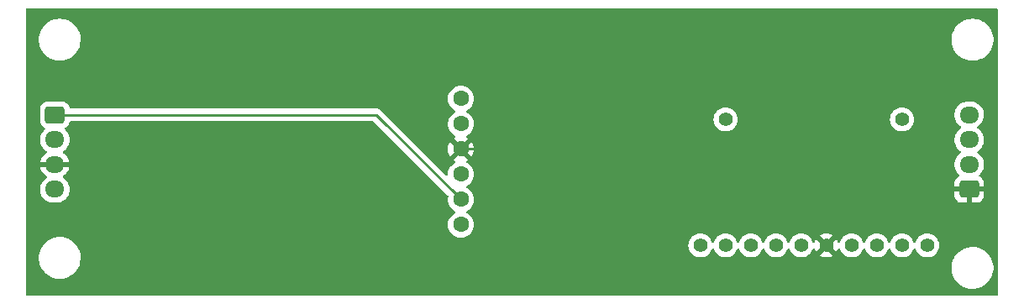
<source format=gbr>
%TF.GenerationSoftware,KiCad,Pcbnew,(6.0.7)*%
%TF.CreationDate,2023-03-01T01:03:30+09:00*%
%TF.ProjectId,airdata,61697264-6174-4612-9e6b-696361645f70,rev?*%
%TF.SameCoordinates,Original*%
%TF.FileFunction,Copper,L2,Bot*%
%TF.FilePolarity,Positive*%
%FSLAX46Y46*%
G04 Gerber Fmt 4.6, Leading zero omitted, Abs format (unit mm)*
G04 Created by KiCad (PCBNEW (6.0.7)) date 2023-03-01 01:03:30*
%MOMM*%
%LPD*%
G01*
G04 APERTURE LIST*
G04 Aperture macros list*
%AMRoundRect*
0 Rectangle with rounded corners*
0 $1 Rounding radius*
0 $2 $3 $4 $5 $6 $7 $8 $9 X,Y pos of 4 corners*
0 Add a 4 corners polygon primitive as box body*
4,1,4,$2,$3,$4,$5,$6,$7,$8,$9,$2,$3,0*
0 Add four circle primitives for the rounded corners*
1,1,$1+$1,$2,$3*
1,1,$1+$1,$4,$5*
1,1,$1+$1,$6,$7*
1,1,$1+$1,$8,$9*
0 Add four rect primitives between the rounded corners*
20,1,$1+$1,$2,$3,$4,$5,0*
20,1,$1+$1,$4,$5,$6,$7,0*
20,1,$1+$1,$6,$7,$8,$9,0*
20,1,$1+$1,$8,$9,$2,$3,0*%
G04 Aperture macros list end*
%TA.AperFunction,ComponentPad*%
%ADD10RoundRect,0.250000X0.725000X-0.600000X0.725000X0.600000X-0.725000X0.600000X-0.725000X-0.600000X0*%
%TD*%
%TA.AperFunction,ComponentPad*%
%ADD11O,1.950000X1.700000*%
%TD*%
%TA.AperFunction,ComponentPad*%
%ADD12RoundRect,0.250000X-0.725000X0.600000X-0.725000X-0.600000X0.725000X-0.600000X0.725000X0.600000X0*%
%TD*%
%TA.AperFunction,ComponentPad*%
%ADD13C,1.400000*%
%TD*%
%TA.AperFunction,ComponentPad*%
%ADD14C,1.600000*%
%TD*%
%TA.AperFunction,Conductor*%
%ADD15C,0.250000*%
%TD*%
G04 APERTURE END LIST*
D10*
%TO.P,TORICA-UART1,1,Pin_1*%
%TO.N,GND*%
X194670000Y-105080000D03*
D11*
%TO.P,TORICA-UART1,2,Pin_2*%
%TO.N,+5V*%
X194670000Y-102580000D03*
%TO.P,TORICA-UART1,3,Pin_3*%
%TO.N,/DTXR*%
X194670000Y-100080000D03*
%TO.P,TORICA-UART1,4,Pin_4*%
%TO.N,/DRXT*%
X194670000Y-97580000D03*
%TD*%
%TO.P,PitotTube1,4,Pin_4*%
%TO.N,/SDA*%
X102510000Y-105080000D03*
%TO.P,PitotTube1,3,Pin_3*%
%TO.N,GND*%
X102510000Y-102580000D03*
%TO.P,PitotTube1,2,Pin_2*%
%TO.N,+3V3*%
X102510000Y-100080000D03*
D12*
%TO.P,PitotTube1,1,Pin_1*%
%TO.N,/SCL*%
X102510000Y-97580000D03*
%TD*%
D13*
%TO.P,J1,1,DAT2*%
%TO.N,unconnected-(J1-Pad1)*%
X167570000Y-110730000D03*
%TO.P,J1,2,DAT3/CD*%
%TO.N,/CS*%
X170110000Y-110730000D03*
%TO.P,J1,3,CMD*%
%TO.N,Net-(J1-Pad3)*%
X172650000Y-110730000D03*
%TO.P,J1,4,VDD*%
%TO.N,+3V3*%
X175190000Y-110730000D03*
%TO.P,J1,5,CLK*%
%TO.N,Net-(J1-Pad5)*%
X177730000Y-110730000D03*
%TO.P,J1,6,VSS*%
%TO.N,GND*%
X180270000Y-110730000D03*
%TO.P,J1,7,DAT0*%
%TO.N,Net-(J1-Pad7)*%
X182810000Y-110730000D03*
%TO.P,J1,8,DAT1*%
%TO.N,unconnected-(J1-Pad8)*%
X185350000Y-110730000D03*
%TO.P,J1,9,DET_B*%
%TO.N,unconnected-(J1-Pad9)*%
X187890000Y-110730000D03*
%TO.P,J1,10,DET_A*%
%TO.N,unconnected-(J1-Pad10)*%
X190430000Y-110730000D03*
%TO.P,J1,11,SHIELD*%
%TO.N,unconnected-(J1-Pad11)*%
X187890000Y-98030000D03*
%TO.P,J1,13*%
%TO.N,N/C*%
X170110000Y-98030000D03*
%TD*%
D14*
%TO.P,U1,1,VCC*%
%TO.N,+3V3*%
X143440000Y-95945000D03*
%TO.P,U1,2,SDI*%
%TO.N,/SDA*%
X143440000Y-98485000D03*
%TO.P,U1,3,GND*%
%TO.N,GND*%
X143440000Y-101025000D03*
%TO.P,U1,4,SDO*%
%TO.N,unconnected-(U1-Pad4)*%
X143440000Y-103565000D03*
%TO.P,U1,5,CSK*%
%TO.N,/SCL*%
X143440000Y-106105000D03*
%TO.P,U1,6,CS*%
%TO.N,unconnected-(U1-Pad6)*%
X143440000Y-108645000D03*
%TD*%
D15*
%TO.N,GND*%
X180270000Y-110730000D02*
X185920000Y-105080000D01*
X185920000Y-105080000D02*
X194670000Y-105080000D01*
X170565000Y-101025000D02*
X180270000Y-110730000D01*
X143440000Y-101025000D02*
X170565000Y-101025000D01*
%TO.N,/SCL*%
X102510000Y-97580000D02*
X134915000Y-97580000D01*
X134915000Y-97580000D02*
X143440000Y-106105000D01*
%TD*%
%TA.AperFunction,Conductor*%
%TO.N,GND*%
G36*
X197553621Y-86888502D02*
G01*
X197600114Y-86942158D01*
X197611500Y-86994500D01*
X197611500Y-115665500D01*
X197591498Y-115733621D01*
X197537842Y-115780114D01*
X197485500Y-115791500D01*
X99694500Y-115791500D01*
X99626379Y-115771498D01*
X99579886Y-115717842D01*
X99568500Y-115665500D01*
X99568500Y-112132703D01*
X100890743Y-112132703D01*
X100928268Y-112417734D01*
X101004129Y-112695036D01*
X101005813Y-112698984D01*
X101068187Y-112845216D01*
X101116923Y-112959476D01*
X101128693Y-112979142D01*
X101223140Y-113136951D01*
X101264561Y-113206161D01*
X101444313Y-113430528D01*
X101652851Y-113628423D01*
X101886317Y-113796186D01*
X101890112Y-113798195D01*
X101890113Y-113798196D01*
X101911869Y-113809715D01*
X102140392Y-113930712D01*
X102410373Y-114029511D01*
X102691264Y-114090755D01*
X102719841Y-114093004D01*
X102914282Y-114108307D01*
X102914291Y-114108307D01*
X102916739Y-114108500D01*
X103072271Y-114108500D01*
X103074407Y-114108354D01*
X103074418Y-114108354D01*
X103282548Y-114094165D01*
X103282554Y-114094164D01*
X103286825Y-114093873D01*
X103291020Y-114093004D01*
X103291022Y-114093004D01*
X103427584Y-114064723D01*
X103568342Y-114035574D01*
X103839343Y-113939607D01*
X104094812Y-113807750D01*
X104098313Y-113805289D01*
X104098317Y-113805287D01*
X104261077Y-113690897D01*
X104330023Y-113642441D01*
X104540622Y-113446740D01*
X104722713Y-113224268D01*
X104778824Y-113132703D01*
X192890743Y-113132703D01*
X192891302Y-113136947D01*
X192891302Y-113136951D01*
X192907810Y-113262340D01*
X192928268Y-113417734D01*
X193004129Y-113695036D01*
X193005813Y-113698984D01*
X193107610Y-113937641D01*
X193116923Y-113959476D01*
X193158838Y-114029511D01*
X193205997Y-114108307D01*
X193264561Y-114206161D01*
X193444313Y-114430528D01*
X193652851Y-114628423D01*
X193886317Y-114796186D01*
X193890112Y-114798195D01*
X193890113Y-114798196D01*
X193911869Y-114809715D01*
X194140392Y-114930712D01*
X194410373Y-115029511D01*
X194691264Y-115090755D01*
X194719841Y-115093004D01*
X194914282Y-115108307D01*
X194914291Y-115108307D01*
X194916739Y-115108500D01*
X195072271Y-115108500D01*
X195074407Y-115108354D01*
X195074418Y-115108354D01*
X195282548Y-115094165D01*
X195282554Y-115094164D01*
X195286825Y-115093873D01*
X195291020Y-115093004D01*
X195291022Y-115093004D01*
X195427583Y-115064724D01*
X195568342Y-115035574D01*
X195839343Y-114939607D01*
X196094812Y-114807750D01*
X196098313Y-114805289D01*
X196098317Y-114805287D01*
X196212418Y-114725095D01*
X196330023Y-114642441D01*
X196540622Y-114446740D01*
X196722713Y-114224268D01*
X196872927Y-113979142D01*
X196889654Y-113941038D01*
X196949244Y-113805287D01*
X196988483Y-113715898D01*
X197067244Y-113439406D01*
X197107751Y-113154784D01*
X197107845Y-113136951D01*
X197109235Y-112871583D01*
X197109235Y-112871576D01*
X197109257Y-112867297D01*
X197071732Y-112582266D01*
X196995871Y-112304964D01*
X196933627Y-112159036D01*
X196884763Y-112044476D01*
X196884761Y-112044472D01*
X196883077Y-112040524D01*
X196779320Y-111867159D01*
X196737643Y-111797521D01*
X196737640Y-111797517D01*
X196735439Y-111793839D01*
X196555687Y-111569472D01*
X196432289Y-111452372D01*
X196350258Y-111374527D01*
X196350255Y-111374525D01*
X196347149Y-111371577D01*
X196113683Y-111203814D01*
X196091843Y-111192250D01*
X195992075Y-111139426D01*
X195859608Y-111069288D01*
X195589627Y-110970489D01*
X195308736Y-110909245D01*
X195277685Y-110906801D01*
X195085718Y-110891693D01*
X195085709Y-110891693D01*
X195083261Y-110891500D01*
X194927729Y-110891500D01*
X194925593Y-110891646D01*
X194925582Y-110891646D01*
X194717452Y-110905835D01*
X194717446Y-110905836D01*
X194713175Y-110906127D01*
X194708980Y-110906996D01*
X194708978Y-110906996D01*
X194572907Y-110935175D01*
X194431658Y-110964426D01*
X194160657Y-111060393D01*
X193905188Y-111192250D01*
X193901687Y-111194711D01*
X193901683Y-111194713D01*
X193891594Y-111201804D01*
X193669977Y-111357559D01*
X193459378Y-111553260D01*
X193277287Y-111775732D01*
X193127073Y-112020858D01*
X193011517Y-112284102D01*
X192932756Y-112560594D01*
X192892249Y-112845216D01*
X192892227Y-112849505D01*
X192892226Y-112849512D01*
X192891671Y-112955524D01*
X192890743Y-113132703D01*
X104778824Y-113132703D01*
X104872927Y-112979142D01*
X104988483Y-112715898D01*
X105067244Y-112439406D01*
X105107751Y-112154784D01*
X105107845Y-112136951D01*
X105109235Y-111871583D01*
X105109235Y-111871576D01*
X105109257Y-111867297D01*
X105099146Y-111790492D01*
X105072292Y-111586522D01*
X105071732Y-111582266D01*
X104995871Y-111304964D01*
X104925337Y-111139600D01*
X104884763Y-111044476D01*
X104884761Y-111044472D01*
X104883077Y-111040524D01*
X104802467Y-110905835D01*
X104737643Y-110797521D01*
X104737640Y-110797517D01*
X104735439Y-110793839D01*
X104684294Y-110730000D01*
X166356884Y-110730000D01*
X166375314Y-110940655D01*
X166376738Y-110945968D01*
X166376738Y-110945970D01*
X166428575Y-111139426D01*
X166430044Y-111144910D01*
X166432366Y-111149891D01*
X166432367Y-111149892D01*
X166506609Y-111309103D01*
X166519411Y-111336558D01*
X166640699Y-111509776D01*
X166790224Y-111659301D01*
X166963442Y-111780589D01*
X166968420Y-111782910D01*
X166968423Y-111782912D01*
X167150108Y-111867633D01*
X167155090Y-111869956D01*
X167160398Y-111871378D01*
X167160400Y-111871379D01*
X167354030Y-111923262D01*
X167354032Y-111923262D01*
X167359345Y-111924686D01*
X167570000Y-111943116D01*
X167780655Y-111924686D01*
X167785968Y-111923262D01*
X167785970Y-111923262D01*
X167979600Y-111871379D01*
X167979602Y-111871378D01*
X167984910Y-111869956D01*
X167989892Y-111867633D01*
X168171577Y-111782912D01*
X168171580Y-111782910D01*
X168176558Y-111780589D01*
X168349776Y-111659301D01*
X168499301Y-111509776D01*
X168620589Y-111336558D01*
X168633392Y-111309103D01*
X168707633Y-111149892D01*
X168707634Y-111149891D01*
X168709956Y-111144910D01*
X168711426Y-111139426D01*
X168718293Y-111113796D01*
X168755245Y-111053173D01*
X168819106Y-111022152D01*
X168889600Y-111030580D01*
X168944347Y-111075783D01*
X168961707Y-111113796D01*
X168968575Y-111139426D01*
X168970044Y-111144910D01*
X168972366Y-111149891D01*
X168972367Y-111149892D01*
X169046609Y-111309103D01*
X169059411Y-111336558D01*
X169180699Y-111509776D01*
X169330224Y-111659301D01*
X169503442Y-111780589D01*
X169508420Y-111782910D01*
X169508423Y-111782912D01*
X169690108Y-111867633D01*
X169695090Y-111869956D01*
X169700398Y-111871378D01*
X169700400Y-111871379D01*
X169894030Y-111923262D01*
X169894032Y-111923262D01*
X169899345Y-111924686D01*
X170110000Y-111943116D01*
X170320655Y-111924686D01*
X170325968Y-111923262D01*
X170325970Y-111923262D01*
X170519600Y-111871379D01*
X170519602Y-111871378D01*
X170524910Y-111869956D01*
X170529892Y-111867633D01*
X170711577Y-111782912D01*
X170711580Y-111782910D01*
X170716558Y-111780589D01*
X170889776Y-111659301D01*
X171039301Y-111509776D01*
X171160589Y-111336558D01*
X171173392Y-111309103D01*
X171247633Y-111149892D01*
X171247634Y-111149891D01*
X171249956Y-111144910D01*
X171251426Y-111139426D01*
X171258293Y-111113796D01*
X171295245Y-111053173D01*
X171359106Y-111022152D01*
X171429600Y-111030580D01*
X171484347Y-111075783D01*
X171501707Y-111113796D01*
X171508575Y-111139426D01*
X171510044Y-111144910D01*
X171512366Y-111149891D01*
X171512367Y-111149892D01*
X171586609Y-111309103D01*
X171599411Y-111336558D01*
X171720699Y-111509776D01*
X171870224Y-111659301D01*
X172043442Y-111780589D01*
X172048420Y-111782910D01*
X172048423Y-111782912D01*
X172230108Y-111867633D01*
X172235090Y-111869956D01*
X172240398Y-111871378D01*
X172240400Y-111871379D01*
X172434030Y-111923262D01*
X172434032Y-111923262D01*
X172439345Y-111924686D01*
X172650000Y-111943116D01*
X172860655Y-111924686D01*
X172865968Y-111923262D01*
X172865970Y-111923262D01*
X173059600Y-111871379D01*
X173059602Y-111871378D01*
X173064910Y-111869956D01*
X173069892Y-111867633D01*
X173251577Y-111782912D01*
X173251580Y-111782910D01*
X173256558Y-111780589D01*
X173429776Y-111659301D01*
X173579301Y-111509776D01*
X173700589Y-111336558D01*
X173713392Y-111309103D01*
X173787633Y-111149892D01*
X173787634Y-111149891D01*
X173789956Y-111144910D01*
X173791426Y-111139426D01*
X173798293Y-111113796D01*
X173835245Y-111053173D01*
X173899106Y-111022152D01*
X173969600Y-111030580D01*
X174024347Y-111075783D01*
X174041707Y-111113796D01*
X174048575Y-111139426D01*
X174050044Y-111144910D01*
X174052366Y-111149891D01*
X174052367Y-111149892D01*
X174126609Y-111309103D01*
X174139411Y-111336558D01*
X174260699Y-111509776D01*
X174410224Y-111659301D01*
X174583442Y-111780589D01*
X174588420Y-111782910D01*
X174588423Y-111782912D01*
X174770108Y-111867633D01*
X174775090Y-111869956D01*
X174780398Y-111871378D01*
X174780400Y-111871379D01*
X174974030Y-111923262D01*
X174974032Y-111923262D01*
X174979345Y-111924686D01*
X175190000Y-111943116D01*
X175400655Y-111924686D01*
X175405968Y-111923262D01*
X175405970Y-111923262D01*
X175599600Y-111871379D01*
X175599602Y-111871378D01*
X175604910Y-111869956D01*
X175609892Y-111867633D01*
X175791577Y-111782912D01*
X175791580Y-111782910D01*
X175796558Y-111780589D01*
X175969776Y-111659301D01*
X176119301Y-111509776D01*
X176240589Y-111336558D01*
X176253392Y-111309103D01*
X176327633Y-111149892D01*
X176327634Y-111149891D01*
X176329956Y-111144910D01*
X176331426Y-111139426D01*
X176338293Y-111113796D01*
X176375245Y-111053173D01*
X176439106Y-111022152D01*
X176509600Y-111030580D01*
X176564347Y-111075783D01*
X176581707Y-111113796D01*
X176588575Y-111139426D01*
X176590044Y-111144910D01*
X176592366Y-111149891D01*
X176592367Y-111149892D01*
X176666609Y-111309103D01*
X176679411Y-111336558D01*
X176800699Y-111509776D01*
X176950224Y-111659301D01*
X177123442Y-111780589D01*
X177128420Y-111782910D01*
X177128423Y-111782912D01*
X177310108Y-111867633D01*
X177315090Y-111869956D01*
X177320398Y-111871378D01*
X177320400Y-111871379D01*
X177514030Y-111923262D01*
X177514032Y-111923262D01*
X177519345Y-111924686D01*
X177730000Y-111943116D01*
X177940655Y-111924686D01*
X177945968Y-111923262D01*
X177945970Y-111923262D01*
X178139600Y-111871379D01*
X178139602Y-111871378D01*
X178144910Y-111869956D01*
X178149892Y-111867633D01*
X178331577Y-111782912D01*
X178331580Y-111782910D01*
X178336558Y-111780589D01*
X178388440Y-111744261D01*
X179620294Y-111744261D01*
X179629590Y-111756276D01*
X179659189Y-111777001D01*
X179668677Y-111782479D01*
X179850277Y-111867159D01*
X179860571Y-111870907D01*
X180054122Y-111922769D01*
X180064909Y-111924671D01*
X180264525Y-111942135D01*
X180275475Y-111942135D01*
X180475091Y-111924671D01*
X180485878Y-111922769D01*
X180679429Y-111870907D01*
X180689723Y-111867159D01*
X180871323Y-111782479D01*
X180880811Y-111777001D01*
X180911248Y-111755689D01*
X180919623Y-111745212D01*
X180912554Y-111731764D01*
X180282812Y-111102022D01*
X180268868Y-111094408D01*
X180267035Y-111094539D01*
X180260420Y-111098790D01*
X179626724Y-111732486D01*
X179620294Y-111744261D01*
X178388440Y-111744261D01*
X178509776Y-111659301D01*
X178659301Y-111509776D01*
X178780589Y-111336558D01*
X178793392Y-111309103D01*
X178867633Y-111149892D01*
X178867634Y-111149891D01*
X178869956Y-111144910D01*
X178871379Y-111139600D01*
X178871382Y-111139592D01*
X178878553Y-111112829D01*
X178915504Y-111052207D01*
X178979365Y-111021185D01*
X179049860Y-111029614D01*
X179104606Y-111074818D01*
X179121966Y-111112830D01*
X179129092Y-111139426D01*
X179132841Y-111149723D01*
X179217521Y-111331323D01*
X179222999Y-111340811D01*
X179244311Y-111371248D01*
X179254788Y-111379623D01*
X179268236Y-111372554D01*
X179897978Y-110742812D01*
X179904356Y-110731132D01*
X180634408Y-110731132D01*
X180634539Y-110732965D01*
X180638790Y-110739580D01*
X181272486Y-111373276D01*
X181284261Y-111379706D01*
X181296276Y-111370410D01*
X181317001Y-111340811D01*
X181322479Y-111331323D01*
X181407159Y-111149723D01*
X181410908Y-111139426D01*
X181418034Y-111112830D01*
X181454986Y-111052207D01*
X181518846Y-111021186D01*
X181589341Y-111029614D01*
X181644088Y-111074817D01*
X181661447Y-111112829D01*
X181668618Y-111139592D01*
X181668621Y-111139600D01*
X181670044Y-111144910D01*
X181672366Y-111149891D01*
X181672367Y-111149892D01*
X181746609Y-111309103D01*
X181759411Y-111336558D01*
X181880699Y-111509776D01*
X182030224Y-111659301D01*
X182203442Y-111780589D01*
X182208420Y-111782910D01*
X182208423Y-111782912D01*
X182390108Y-111867633D01*
X182395090Y-111869956D01*
X182400398Y-111871378D01*
X182400400Y-111871379D01*
X182594030Y-111923262D01*
X182594032Y-111923262D01*
X182599345Y-111924686D01*
X182810000Y-111943116D01*
X183020655Y-111924686D01*
X183025968Y-111923262D01*
X183025970Y-111923262D01*
X183219600Y-111871379D01*
X183219602Y-111871378D01*
X183224910Y-111869956D01*
X183229892Y-111867633D01*
X183411577Y-111782912D01*
X183411580Y-111782910D01*
X183416558Y-111780589D01*
X183589776Y-111659301D01*
X183739301Y-111509776D01*
X183860589Y-111336558D01*
X183873392Y-111309103D01*
X183947633Y-111149892D01*
X183947634Y-111149891D01*
X183949956Y-111144910D01*
X183951426Y-111139426D01*
X183958293Y-111113796D01*
X183995245Y-111053173D01*
X184059106Y-111022152D01*
X184129600Y-111030580D01*
X184184347Y-111075783D01*
X184201707Y-111113796D01*
X184208575Y-111139426D01*
X184210044Y-111144910D01*
X184212366Y-111149891D01*
X184212367Y-111149892D01*
X184286609Y-111309103D01*
X184299411Y-111336558D01*
X184420699Y-111509776D01*
X184570224Y-111659301D01*
X184743442Y-111780589D01*
X184748420Y-111782910D01*
X184748423Y-111782912D01*
X184930108Y-111867633D01*
X184935090Y-111869956D01*
X184940398Y-111871378D01*
X184940400Y-111871379D01*
X185134030Y-111923262D01*
X185134032Y-111923262D01*
X185139345Y-111924686D01*
X185350000Y-111943116D01*
X185560655Y-111924686D01*
X185565968Y-111923262D01*
X185565970Y-111923262D01*
X185759600Y-111871379D01*
X185759602Y-111871378D01*
X185764910Y-111869956D01*
X185769892Y-111867633D01*
X185951577Y-111782912D01*
X185951580Y-111782910D01*
X185956558Y-111780589D01*
X186129776Y-111659301D01*
X186279301Y-111509776D01*
X186400589Y-111336558D01*
X186413392Y-111309103D01*
X186487633Y-111149892D01*
X186487634Y-111149891D01*
X186489956Y-111144910D01*
X186491426Y-111139426D01*
X186498293Y-111113796D01*
X186535245Y-111053173D01*
X186599106Y-111022152D01*
X186669600Y-111030580D01*
X186724347Y-111075783D01*
X186741707Y-111113796D01*
X186748575Y-111139426D01*
X186750044Y-111144910D01*
X186752366Y-111149891D01*
X186752367Y-111149892D01*
X186826609Y-111309103D01*
X186839411Y-111336558D01*
X186960699Y-111509776D01*
X187110224Y-111659301D01*
X187283442Y-111780589D01*
X187288420Y-111782910D01*
X187288423Y-111782912D01*
X187470108Y-111867633D01*
X187475090Y-111869956D01*
X187480398Y-111871378D01*
X187480400Y-111871379D01*
X187674030Y-111923262D01*
X187674032Y-111923262D01*
X187679345Y-111924686D01*
X187890000Y-111943116D01*
X188100655Y-111924686D01*
X188105968Y-111923262D01*
X188105970Y-111923262D01*
X188299600Y-111871379D01*
X188299602Y-111871378D01*
X188304910Y-111869956D01*
X188309892Y-111867633D01*
X188491577Y-111782912D01*
X188491580Y-111782910D01*
X188496558Y-111780589D01*
X188669776Y-111659301D01*
X188819301Y-111509776D01*
X188940589Y-111336558D01*
X188953392Y-111309103D01*
X189027633Y-111149892D01*
X189027634Y-111149891D01*
X189029956Y-111144910D01*
X189031426Y-111139426D01*
X189038293Y-111113796D01*
X189075245Y-111053173D01*
X189139106Y-111022152D01*
X189209600Y-111030580D01*
X189264347Y-111075783D01*
X189281707Y-111113796D01*
X189288575Y-111139426D01*
X189290044Y-111144910D01*
X189292366Y-111149891D01*
X189292367Y-111149892D01*
X189366609Y-111309103D01*
X189379411Y-111336558D01*
X189500699Y-111509776D01*
X189650224Y-111659301D01*
X189823442Y-111780589D01*
X189828420Y-111782910D01*
X189828423Y-111782912D01*
X190010108Y-111867633D01*
X190015090Y-111869956D01*
X190020398Y-111871378D01*
X190020400Y-111871379D01*
X190214030Y-111923262D01*
X190214032Y-111923262D01*
X190219345Y-111924686D01*
X190430000Y-111943116D01*
X190640655Y-111924686D01*
X190645968Y-111923262D01*
X190645970Y-111923262D01*
X190839600Y-111871379D01*
X190839602Y-111871378D01*
X190844910Y-111869956D01*
X190849892Y-111867633D01*
X191031577Y-111782912D01*
X191031580Y-111782910D01*
X191036558Y-111780589D01*
X191209776Y-111659301D01*
X191359301Y-111509776D01*
X191480589Y-111336558D01*
X191493392Y-111309103D01*
X191567633Y-111149892D01*
X191567634Y-111149891D01*
X191569956Y-111144910D01*
X191571426Y-111139426D01*
X191623262Y-110945970D01*
X191623262Y-110945968D01*
X191624686Y-110940655D01*
X191643116Y-110730000D01*
X191624686Y-110519345D01*
X191602849Y-110437848D01*
X191571379Y-110320400D01*
X191571378Y-110320398D01*
X191569956Y-110315090D01*
X191512675Y-110192250D01*
X191482912Y-110128423D01*
X191482910Y-110128420D01*
X191480589Y-110123442D01*
X191359301Y-109950224D01*
X191209776Y-109800699D01*
X191036558Y-109679411D01*
X191031580Y-109677090D01*
X191031577Y-109677088D01*
X190849892Y-109592367D01*
X190849891Y-109592366D01*
X190844910Y-109590044D01*
X190839602Y-109588622D01*
X190839600Y-109588621D01*
X190645970Y-109536738D01*
X190645968Y-109536738D01*
X190640655Y-109535314D01*
X190430000Y-109516884D01*
X190219345Y-109535314D01*
X190214032Y-109536738D01*
X190214030Y-109536738D01*
X190020400Y-109588621D01*
X190020398Y-109588622D01*
X190015090Y-109590044D01*
X190010109Y-109592366D01*
X190010108Y-109592367D01*
X189828423Y-109677088D01*
X189828420Y-109677090D01*
X189823442Y-109679411D01*
X189650224Y-109800699D01*
X189500699Y-109950224D01*
X189379411Y-110123442D01*
X189377090Y-110128420D01*
X189377088Y-110128423D01*
X189347325Y-110192250D01*
X189290044Y-110315090D01*
X189288622Y-110320398D01*
X189288621Y-110320400D01*
X189281707Y-110346204D01*
X189244755Y-110406827D01*
X189180894Y-110437848D01*
X189110400Y-110429420D01*
X189055653Y-110384217D01*
X189038293Y-110346204D01*
X189031379Y-110320400D01*
X189031378Y-110320398D01*
X189029956Y-110315090D01*
X188972675Y-110192250D01*
X188942912Y-110128423D01*
X188942910Y-110128420D01*
X188940589Y-110123442D01*
X188819301Y-109950224D01*
X188669776Y-109800699D01*
X188496558Y-109679411D01*
X188491580Y-109677090D01*
X188491577Y-109677088D01*
X188309892Y-109592367D01*
X188309891Y-109592366D01*
X188304910Y-109590044D01*
X188299602Y-109588622D01*
X188299600Y-109588621D01*
X188105970Y-109536738D01*
X188105968Y-109536738D01*
X188100655Y-109535314D01*
X187890000Y-109516884D01*
X187679345Y-109535314D01*
X187674032Y-109536738D01*
X187674030Y-109536738D01*
X187480400Y-109588621D01*
X187480398Y-109588622D01*
X187475090Y-109590044D01*
X187470109Y-109592366D01*
X187470108Y-109592367D01*
X187288423Y-109677088D01*
X187288420Y-109677090D01*
X187283442Y-109679411D01*
X187110224Y-109800699D01*
X186960699Y-109950224D01*
X186839411Y-110123442D01*
X186837090Y-110128420D01*
X186837088Y-110128423D01*
X186807325Y-110192250D01*
X186750044Y-110315090D01*
X186748622Y-110320398D01*
X186748621Y-110320400D01*
X186741707Y-110346204D01*
X186704755Y-110406827D01*
X186640894Y-110437848D01*
X186570400Y-110429420D01*
X186515653Y-110384217D01*
X186498293Y-110346204D01*
X186491379Y-110320400D01*
X186491378Y-110320398D01*
X186489956Y-110315090D01*
X186432675Y-110192250D01*
X186402912Y-110128423D01*
X186402910Y-110128420D01*
X186400589Y-110123442D01*
X186279301Y-109950224D01*
X186129776Y-109800699D01*
X185956558Y-109679411D01*
X185951580Y-109677090D01*
X185951577Y-109677088D01*
X185769892Y-109592367D01*
X185769891Y-109592366D01*
X185764910Y-109590044D01*
X185759602Y-109588622D01*
X185759600Y-109588621D01*
X185565970Y-109536738D01*
X185565968Y-109536738D01*
X185560655Y-109535314D01*
X185350000Y-109516884D01*
X185139345Y-109535314D01*
X185134032Y-109536738D01*
X185134030Y-109536738D01*
X184940400Y-109588621D01*
X184940398Y-109588622D01*
X184935090Y-109590044D01*
X184930109Y-109592366D01*
X184930108Y-109592367D01*
X184748423Y-109677088D01*
X184748420Y-109677090D01*
X184743442Y-109679411D01*
X184570224Y-109800699D01*
X184420699Y-109950224D01*
X184299411Y-110123442D01*
X184297090Y-110128420D01*
X184297088Y-110128423D01*
X184267325Y-110192250D01*
X184210044Y-110315090D01*
X184208622Y-110320398D01*
X184208621Y-110320400D01*
X184201707Y-110346204D01*
X184164755Y-110406827D01*
X184100894Y-110437848D01*
X184030400Y-110429420D01*
X183975653Y-110384217D01*
X183958293Y-110346204D01*
X183951379Y-110320400D01*
X183951378Y-110320398D01*
X183949956Y-110315090D01*
X183892675Y-110192250D01*
X183862912Y-110128423D01*
X183862910Y-110128420D01*
X183860589Y-110123442D01*
X183739301Y-109950224D01*
X183589776Y-109800699D01*
X183416558Y-109679411D01*
X183411580Y-109677090D01*
X183411577Y-109677088D01*
X183229892Y-109592367D01*
X183229891Y-109592366D01*
X183224910Y-109590044D01*
X183219602Y-109588622D01*
X183219600Y-109588621D01*
X183025970Y-109536738D01*
X183025968Y-109536738D01*
X183020655Y-109535314D01*
X182810000Y-109516884D01*
X182599345Y-109535314D01*
X182594032Y-109536738D01*
X182594030Y-109536738D01*
X182400400Y-109588621D01*
X182400398Y-109588622D01*
X182395090Y-109590044D01*
X182390109Y-109592366D01*
X182390108Y-109592367D01*
X182208423Y-109677088D01*
X182208420Y-109677090D01*
X182203442Y-109679411D01*
X182030224Y-109800699D01*
X181880699Y-109950224D01*
X181759411Y-110123442D01*
X181757090Y-110128420D01*
X181757088Y-110128423D01*
X181727325Y-110192250D01*
X181670044Y-110315090D01*
X181668622Y-110320397D01*
X181668618Y-110320408D01*
X181661447Y-110347171D01*
X181624496Y-110407793D01*
X181560635Y-110438815D01*
X181490140Y-110430386D01*
X181435394Y-110385182D01*
X181418034Y-110347170D01*
X181410908Y-110320574D01*
X181407159Y-110310277D01*
X181322479Y-110128677D01*
X181317001Y-110119189D01*
X181295689Y-110088752D01*
X181285212Y-110080377D01*
X181271764Y-110087446D01*
X180642022Y-110717188D01*
X180634408Y-110731132D01*
X179904356Y-110731132D01*
X179905592Y-110728868D01*
X179905461Y-110727035D01*
X179901210Y-110720420D01*
X179267514Y-110086724D01*
X179255739Y-110080294D01*
X179243724Y-110089590D01*
X179222999Y-110119189D01*
X179217521Y-110128677D01*
X179132841Y-110310277D01*
X179129092Y-110320574D01*
X179121966Y-110347170D01*
X179085014Y-110407793D01*
X179021154Y-110438814D01*
X178950659Y-110430386D01*
X178895912Y-110385183D01*
X178878553Y-110347171D01*
X178871382Y-110320408D01*
X178871378Y-110320397D01*
X178869956Y-110315090D01*
X178812675Y-110192250D01*
X178782912Y-110128423D01*
X178782910Y-110128420D01*
X178780589Y-110123442D01*
X178659301Y-109950224D01*
X178509776Y-109800699D01*
X178387082Y-109714788D01*
X179620377Y-109714788D01*
X179627446Y-109728236D01*
X180257188Y-110357978D01*
X180271132Y-110365592D01*
X180272965Y-110365461D01*
X180279580Y-110361210D01*
X180913276Y-109727514D01*
X180919706Y-109715739D01*
X180910410Y-109703724D01*
X180880811Y-109682999D01*
X180871323Y-109677521D01*
X180689723Y-109592841D01*
X180679429Y-109589093D01*
X180485878Y-109537231D01*
X180475091Y-109535329D01*
X180275475Y-109517865D01*
X180264525Y-109517865D01*
X180064909Y-109535329D01*
X180054122Y-109537231D01*
X179860571Y-109589093D01*
X179850277Y-109592841D01*
X179668677Y-109677521D01*
X179659189Y-109682999D01*
X179628752Y-109704311D01*
X179620377Y-109714788D01*
X178387082Y-109714788D01*
X178336558Y-109679411D01*
X178331580Y-109677090D01*
X178331577Y-109677088D01*
X178149892Y-109592367D01*
X178149891Y-109592366D01*
X178144910Y-109590044D01*
X178139602Y-109588622D01*
X178139600Y-109588621D01*
X177945970Y-109536738D01*
X177945968Y-109536738D01*
X177940655Y-109535314D01*
X177730000Y-109516884D01*
X177519345Y-109535314D01*
X177514032Y-109536738D01*
X177514030Y-109536738D01*
X177320400Y-109588621D01*
X177320398Y-109588622D01*
X177315090Y-109590044D01*
X177310109Y-109592366D01*
X177310108Y-109592367D01*
X177128423Y-109677088D01*
X177128420Y-109677090D01*
X177123442Y-109679411D01*
X176950224Y-109800699D01*
X176800699Y-109950224D01*
X176679411Y-110123442D01*
X176677090Y-110128420D01*
X176677088Y-110128423D01*
X176647325Y-110192250D01*
X176590044Y-110315090D01*
X176588622Y-110320398D01*
X176588621Y-110320400D01*
X176581707Y-110346204D01*
X176544755Y-110406827D01*
X176480894Y-110437848D01*
X176410400Y-110429420D01*
X176355653Y-110384217D01*
X176338293Y-110346204D01*
X176331379Y-110320400D01*
X176331378Y-110320398D01*
X176329956Y-110315090D01*
X176272675Y-110192250D01*
X176242912Y-110128423D01*
X176242910Y-110128420D01*
X176240589Y-110123442D01*
X176119301Y-109950224D01*
X175969776Y-109800699D01*
X175796558Y-109679411D01*
X175791580Y-109677090D01*
X175791577Y-109677088D01*
X175609892Y-109592367D01*
X175609891Y-109592366D01*
X175604910Y-109590044D01*
X175599602Y-109588622D01*
X175599600Y-109588621D01*
X175405970Y-109536738D01*
X175405968Y-109536738D01*
X175400655Y-109535314D01*
X175190000Y-109516884D01*
X174979345Y-109535314D01*
X174974032Y-109536738D01*
X174974030Y-109536738D01*
X174780400Y-109588621D01*
X174780398Y-109588622D01*
X174775090Y-109590044D01*
X174770109Y-109592366D01*
X174770108Y-109592367D01*
X174588423Y-109677088D01*
X174588420Y-109677090D01*
X174583442Y-109679411D01*
X174410224Y-109800699D01*
X174260699Y-109950224D01*
X174139411Y-110123442D01*
X174137090Y-110128420D01*
X174137088Y-110128423D01*
X174107325Y-110192250D01*
X174050044Y-110315090D01*
X174048622Y-110320398D01*
X174048621Y-110320400D01*
X174041707Y-110346204D01*
X174004755Y-110406827D01*
X173940894Y-110437848D01*
X173870400Y-110429420D01*
X173815653Y-110384217D01*
X173798293Y-110346204D01*
X173791379Y-110320400D01*
X173791378Y-110320398D01*
X173789956Y-110315090D01*
X173732675Y-110192250D01*
X173702912Y-110128423D01*
X173702910Y-110128420D01*
X173700589Y-110123442D01*
X173579301Y-109950224D01*
X173429776Y-109800699D01*
X173256558Y-109679411D01*
X173251580Y-109677090D01*
X173251577Y-109677088D01*
X173069892Y-109592367D01*
X173069891Y-109592366D01*
X173064910Y-109590044D01*
X173059602Y-109588622D01*
X173059600Y-109588621D01*
X172865970Y-109536738D01*
X172865968Y-109536738D01*
X172860655Y-109535314D01*
X172650000Y-109516884D01*
X172439345Y-109535314D01*
X172434032Y-109536738D01*
X172434030Y-109536738D01*
X172240400Y-109588621D01*
X172240398Y-109588622D01*
X172235090Y-109590044D01*
X172230109Y-109592366D01*
X172230108Y-109592367D01*
X172048423Y-109677088D01*
X172048420Y-109677090D01*
X172043442Y-109679411D01*
X171870224Y-109800699D01*
X171720699Y-109950224D01*
X171599411Y-110123442D01*
X171597090Y-110128420D01*
X171597088Y-110128423D01*
X171567325Y-110192250D01*
X171510044Y-110315090D01*
X171508622Y-110320398D01*
X171508621Y-110320400D01*
X171501707Y-110346204D01*
X171464755Y-110406827D01*
X171400894Y-110437848D01*
X171330400Y-110429420D01*
X171275653Y-110384217D01*
X171258293Y-110346204D01*
X171251379Y-110320400D01*
X171251378Y-110320398D01*
X171249956Y-110315090D01*
X171192675Y-110192250D01*
X171162912Y-110128423D01*
X171162910Y-110128420D01*
X171160589Y-110123442D01*
X171039301Y-109950224D01*
X170889776Y-109800699D01*
X170716558Y-109679411D01*
X170711580Y-109677090D01*
X170711577Y-109677088D01*
X170529892Y-109592367D01*
X170529891Y-109592366D01*
X170524910Y-109590044D01*
X170519602Y-109588622D01*
X170519600Y-109588621D01*
X170325970Y-109536738D01*
X170325968Y-109536738D01*
X170320655Y-109535314D01*
X170110000Y-109516884D01*
X169899345Y-109535314D01*
X169894032Y-109536738D01*
X169894030Y-109536738D01*
X169700400Y-109588621D01*
X169700398Y-109588622D01*
X169695090Y-109590044D01*
X169690109Y-109592366D01*
X169690108Y-109592367D01*
X169508423Y-109677088D01*
X169508420Y-109677090D01*
X169503442Y-109679411D01*
X169330224Y-109800699D01*
X169180699Y-109950224D01*
X169059411Y-110123442D01*
X169057090Y-110128420D01*
X169057088Y-110128423D01*
X169027325Y-110192250D01*
X168970044Y-110315090D01*
X168968622Y-110320398D01*
X168968621Y-110320400D01*
X168961707Y-110346204D01*
X168924755Y-110406827D01*
X168860894Y-110437848D01*
X168790400Y-110429420D01*
X168735653Y-110384217D01*
X168718293Y-110346204D01*
X168711379Y-110320400D01*
X168711378Y-110320398D01*
X168709956Y-110315090D01*
X168652675Y-110192250D01*
X168622912Y-110128423D01*
X168622910Y-110128420D01*
X168620589Y-110123442D01*
X168499301Y-109950224D01*
X168349776Y-109800699D01*
X168176558Y-109679411D01*
X168171580Y-109677090D01*
X168171577Y-109677088D01*
X167989892Y-109592367D01*
X167989891Y-109592366D01*
X167984910Y-109590044D01*
X167979602Y-109588622D01*
X167979600Y-109588621D01*
X167785970Y-109536738D01*
X167785968Y-109536738D01*
X167780655Y-109535314D01*
X167570000Y-109516884D01*
X167359345Y-109535314D01*
X167354032Y-109536738D01*
X167354030Y-109536738D01*
X167160400Y-109588621D01*
X167160398Y-109588622D01*
X167155090Y-109590044D01*
X167150109Y-109592366D01*
X167150108Y-109592367D01*
X166968423Y-109677088D01*
X166968420Y-109677090D01*
X166963442Y-109679411D01*
X166790224Y-109800699D01*
X166640699Y-109950224D01*
X166519411Y-110123442D01*
X166517090Y-110128420D01*
X166517088Y-110128423D01*
X166487325Y-110192250D01*
X166430044Y-110315090D01*
X166428622Y-110320398D01*
X166428621Y-110320400D01*
X166397151Y-110437848D01*
X166375314Y-110519345D01*
X166356884Y-110730000D01*
X104684294Y-110730000D01*
X104555687Y-110569472D01*
X104347149Y-110371577D01*
X104113683Y-110203814D01*
X104091843Y-110192250D01*
X103971294Y-110128423D01*
X103859608Y-110069288D01*
X103589627Y-109970489D01*
X103308736Y-109909245D01*
X103277685Y-109906801D01*
X103085718Y-109891693D01*
X103085709Y-109891693D01*
X103083261Y-109891500D01*
X102927729Y-109891500D01*
X102925593Y-109891646D01*
X102925582Y-109891646D01*
X102717452Y-109905835D01*
X102717446Y-109905836D01*
X102713175Y-109906127D01*
X102708980Y-109906996D01*
X102708978Y-109906996D01*
X102572417Y-109935276D01*
X102431658Y-109964426D01*
X102160657Y-110060393D01*
X102108243Y-110087446D01*
X102046742Y-110119189D01*
X101905188Y-110192250D01*
X101901687Y-110194711D01*
X101901683Y-110194713D01*
X101891594Y-110201804D01*
X101669977Y-110357559D01*
X101654892Y-110371577D01*
X101489978Y-110524825D01*
X101459378Y-110553260D01*
X101277287Y-110775732D01*
X101127073Y-111020858D01*
X101125347Y-111024791D01*
X101125346Y-111024792D01*
X101086700Y-111112830D01*
X101011517Y-111284102D01*
X100932756Y-111560594D01*
X100892249Y-111845216D01*
X100892227Y-111849505D01*
X100892226Y-111849512D01*
X100891205Y-112044476D01*
X100890743Y-112132703D01*
X99568500Y-112132703D01*
X99568500Y-105015774D01*
X101023102Y-105015774D01*
X101031751Y-105246158D01*
X101032846Y-105251377D01*
X101034802Y-105260700D01*
X101079093Y-105471791D01*
X101081051Y-105476750D01*
X101081052Y-105476752D01*
X101149778Y-105650775D01*
X101163776Y-105686221D01*
X101283377Y-105883317D01*
X101286874Y-105887347D01*
X101393274Y-106009962D01*
X101434477Y-106057445D01*
X101438608Y-106060832D01*
X101608627Y-106200240D01*
X101608633Y-106200244D01*
X101612755Y-106203624D01*
X101617391Y-106206263D01*
X101617394Y-106206265D01*
X101726422Y-106268327D01*
X101813114Y-106317675D01*
X102029825Y-106396337D01*
X102035074Y-106397286D01*
X102035077Y-106397287D01*
X102252608Y-106436623D01*
X102252615Y-106436624D01*
X102256692Y-106437361D01*
X102274414Y-106438197D01*
X102279356Y-106438430D01*
X102279363Y-106438430D01*
X102280844Y-106438500D01*
X102692890Y-106438500D01*
X102767904Y-106432135D01*
X102859409Y-106424371D01*
X102859413Y-106424370D01*
X102864720Y-106423920D01*
X102869875Y-106422582D01*
X102869881Y-106422581D01*
X103082703Y-106367343D01*
X103082707Y-106367342D01*
X103087872Y-106366001D01*
X103092738Y-106363809D01*
X103092741Y-106363808D01*
X103293202Y-106273507D01*
X103298075Y-106271312D01*
X103489319Y-106142559D01*
X103656135Y-105983424D01*
X103793754Y-105798458D01*
X103826723Y-105733614D01*
X103895822Y-105597704D01*
X103898240Y-105592949D01*
X103934321Y-105476752D01*
X103965024Y-105377871D01*
X103966607Y-105372773D01*
X103981461Y-105260700D01*
X103996198Y-105149511D01*
X103996198Y-105149506D01*
X103996898Y-105144226D01*
X103988249Y-104913842D01*
X103940907Y-104688209D01*
X103938948Y-104683248D01*
X103858185Y-104478744D01*
X103858184Y-104478742D01*
X103856224Y-104473779D01*
X103736623Y-104276683D01*
X103688954Y-104221749D01*
X103589023Y-104106588D01*
X103589021Y-104106586D01*
X103585523Y-104102555D01*
X103543970Y-104068484D01*
X103411373Y-103959760D01*
X103411367Y-103959756D01*
X103407245Y-103956376D01*
X103402602Y-103953733D01*
X103375265Y-103938171D01*
X103325959Y-103887088D01*
X103312098Y-103817458D01*
X103338082Y-103751387D01*
X103367232Y-103724149D01*
X103484578Y-103645148D01*
X103492870Y-103638481D01*
X103651900Y-103486772D01*
X103658941Y-103478814D01*
X103790141Y-103302475D01*
X103795745Y-103293438D01*
X103895357Y-103097516D01*
X103899357Y-103087665D01*
X103964534Y-102877760D01*
X103966817Y-102867376D01*
X103968861Y-102851957D01*
X103966665Y-102837793D01*
X103953478Y-102834000D01*
X101068808Y-102834000D01*
X101055277Y-102837973D01*
X101053752Y-102848580D01*
X101078477Y-102966421D01*
X101081537Y-102976617D01*
X101162263Y-103181029D01*
X101166994Y-103190561D01*
X101281016Y-103378462D01*
X101287280Y-103387052D01*
X101431327Y-103553052D01*
X101438958Y-103560472D01*
X101608911Y-103699826D01*
X101617674Y-103705848D01*
X101644711Y-103721238D01*
X101694018Y-103772320D01*
X101707880Y-103841951D01*
X101681897Y-103908022D01*
X101652747Y-103935261D01*
X101649628Y-103937361D01*
X101530681Y-104017441D01*
X101363865Y-104176576D01*
X101226246Y-104361542D01*
X101223830Y-104366293D01*
X101223828Y-104366297D01*
X101193251Y-104426438D01*
X101121760Y-104567051D01*
X101120178Y-104572145D01*
X101120177Y-104572148D01*
X101080675Y-104699366D01*
X101053393Y-104787227D01*
X101052692Y-104792516D01*
X101029085Y-104970634D01*
X101023102Y-105015774D01*
X99568500Y-105015774D01*
X99568500Y-100015774D01*
X101023102Y-100015774D01*
X101031751Y-100246158D01*
X101079093Y-100471791D01*
X101081051Y-100476750D01*
X101081052Y-100476752D01*
X101153655Y-100660592D01*
X101163776Y-100686221D01*
X101283377Y-100883317D01*
X101286874Y-100887347D01*
X101411074Y-101030475D01*
X101434477Y-101057445D01*
X101438608Y-101060832D01*
X101608627Y-101200240D01*
X101608633Y-101200244D01*
X101612755Y-101203624D01*
X101617398Y-101206267D01*
X101644735Y-101221829D01*
X101694041Y-101272912D01*
X101707902Y-101342542D01*
X101681918Y-101408613D01*
X101652768Y-101435851D01*
X101535422Y-101514852D01*
X101527130Y-101521519D01*
X101368100Y-101673228D01*
X101361059Y-101681186D01*
X101229859Y-101857525D01*
X101224255Y-101866562D01*
X101124643Y-102062484D01*
X101120643Y-102072335D01*
X101055466Y-102282240D01*
X101053183Y-102292624D01*
X101051139Y-102308043D01*
X101053335Y-102322207D01*
X101066522Y-102326000D01*
X103951192Y-102326000D01*
X103964723Y-102322027D01*
X103966248Y-102311420D01*
X103941523Y-102193579D01*
X103938463Y-102183383D01*
X103857737Y-101978971D01*
X103853006Y-101969439D01*
X103738984Y-101781538D01*
X103732720Y-101772948D01*
X103588673Y-101606948D01*
X103581042Y-101599528D01*
X103411089Y-101460174D01*
X103402326Y-101454152D01*
X103375289Y-101438762D01*
X103325982Y-101387680D01*
X103312120Y-101318049D01*
X103338103Y-101251978D01*
X103367253Y-101224739D01*
X103420532Y-101188869D01*
X103489319Y-101142559D01*
X103656135Y-100983424D01*
X103793754Y-100798458D01*
X103898240Y-100592949D01*
X103934321Y-100476752D01*
X103965024Y-100377871D01*
X103966607Y-100372773D01*
X103974668Y-100311952D01*
X103996198Y-100149511D01*
X103996198Y-100149506D01*
X103996898Y-100144226D01*
X103988249Y-99913842D01*
X103940907Y-99688209D01*
X103914966Y-99622523D01*
X103858185Y-99478744D01*
X103858184Y-99478742D01*
X103856224Y-99473779D01*
X103736623Y-99276683D01*
X103707495Y-99243116D01*
X103589023Y-99106588D01*
X103589021Y-99106586D01*
X103585523Y-99102555D01*
X103549880Y-99073330D01*
X103509886Y-99014671D01*
X103507954Y-98943701D01*
X103544698Y-98882952D01*
X103563468Y-98868752D01*
X103703120Y-98782332D01*
X103709348Y-98778478D01*
X103834305Y-98653303D01*
X103927115Y-98502738D01*
X103966725Y-98383317D01*
X103980632Y-98341389D01*
X103980632Y-98341387D01*
X103982797Y-98334861D01*
X103983498Y-98328020D01*
X103983499Y-98328015D01*
X103983639Y-98326651D01*
X103983960Y-98325864D01*
X103984941Y-98321290D01*
X103985757Y-98321465D01*
X104010483Y-98260925D01*
X104068600Y-98220146D01*
X104108982Y-98213500D01*
X134600406Y-98213500D01*
X134668527Y-98233502D01*
X134689501Y-98250405D01*
X142130848Y-105691752D01*
X142164874Y-105754064D01*
X142163459Y-105813459D01*
X142147882Y-105871591D01*
X142147881Y-105871598D01*
X142146457Y-105876913D01*
X142126502Y-106105000D01*
X142146457Y-106333087D01*
X142147881Y-106338400D01*
X142147881Y-106338402D01*
X142174703Y-106438500D01*
X142205716Y-106554243D01*
X142208039Y-106559224D01*
X142208039Y-106559225D01*
X142300151Y-106756762D01*
X142300154Y-106756767D01*
X142302477Y-106761749D01*
X142433802Y-106949300D01*
X142595700Y-107111198D01*
X142600208Y-107114355D01*
X142600211Y-107114357D01*
X142678389Y-107169098D01*
X142783251Y-107242523D01*
X142788233Y-107244846D01*
X142788238Y-107244849D01*
X142822457Y-107260805D01*
X142875742Y-107307722D01*
X142895203Y-107375999D01*
X142874661Y-107443959D01*
X142822457Y-107489195D01*
X142788238Y-107505151D01*
X142788233Y-107505154D01*
X142783251Y-107507477D01*
X142678389Y-107580902D01*
X142600211Y-107635643D01*
X142600208Y-107635645D01*
X142595700Y-107638802D01*
X142433802Y-107800700D01*
X142302477Y-107988251D01*
X142300154Y-107993233D01*
X142300151Y-107993238D01*
X142208039Y-108190775D01*
X142205716Y-108195757D01*
X142146457Y-108416913D01*
X142126502Y-108645000D01*
X142146457Y-108873087D01*
X142205716Y-109094243D01*
X142208039Y-109099224D01*
X142208039Y-109099225D01*
X142300151Y-109296762D01*
X142300154Y-109296767D01*
X142302477Y-109301749D01*
X142433802Y-109489300D01*
X142595700Y-109651198D01*
X142600208Y-109654355D01*
X142600211Y-109654357D01*
X142633293Y-109677521D01*
X142783251Y-109782523D01*
X142788233Y-109784846D01*
X142788238Y-109784849D01*
X142985775Y-109876961D01*
X142990757Y-109879284D01*
X142996065Y-109880706D01*
X142996067Y-109880707D01*
X143206598Y-109937119D01*
X143206600Y-109937119D01*
X143211913Y-109938543D01*
X143440000Y-109958498D01*
X143668087Y-109938543D01*
X143673400Y-109937119D01*
X143673402Y-109937119D01*
X143883933Y-109880707D01*
X143883935Y-109880706D01*
X143889243Y-109879284D01*
X143894225Y-109876961D01*
X144091762Y-109784849D01*
X144091767Y-109784846D01*
X144096749Y-109782523D01*
X144246707Y-109677521D01*
X144279789Y-109654357D01*
X144279792Y-109654355D01*
X144284300Y-109651198D01*
X144446198Y-109489300D01*
X144577523Y-109301749D01*
X144579846Y-109296767D01*
X144579849Y-109296762D01*
X144671961Y-109099225D01*
X144671961Y-109099224D01*
X144674284Y-109094243D01*
X144733543Y-108873087D01*
X144753498Y-108645000D01*
X144733543Y-108416913D01*
X144674284Y-108195757D01*
X144671961Y-108190775D01*
X144579849Y-107993238D01*
X144579846Y-107993233D01*
X144577523Y-107988251D01*
X144446198Y-107800700D01*
X144284300Y-107638802D01*
X144279792Y-107635645D01*
X144279789Y-107635643D01*
X144201611Y-107580902D01*
X144096749Y-107507477D01*
X144091767Y-107505154D01*
X144091762Y-107505151D01*
X144057543Y-107489195D01*
X144004258Y-107442278D01*
X143984797Y-107374001D01*
X144005339Y-107306041D01*
X144057543Y-107260805D01*
X144091762Y-107244849D01*
X144091767Y-107244846D01*
X144096749Y-107242523D01*
X144201611Y-107169098D01*
X144279789Y-107114357D01*
X144279792Y-107114355D01*
X144284300Y-107111198D01*
X144446198Y-106949300D01*
X144577523Y-106761749D01*
X144579846Y-106756767D01*
X144579849Y-106756762D01*
X144671961Y-106559225D01*
X144671961Y-106559224D01*
X144674284Y-106554243D01*
X144705298Y-106438500D01*
X144732119Y-106338402D01*
X144732119Y-106338400D01*
X144733543Y-106333087D01*
X144753498Y-106105000D01*
X144733543Y-105876913D01*
X144720414Y-105827914D01*
X144693399Y-105727095D01*
X193187001Y-105727095D01*
X193187338Y-105733614D01*
X193197257Y-105829206D01*
X193200149Y-105842600D01*
X193251588Y-105996784D01*
X193257761Y-106009962D01*
X193343063Y-106147807D01*
X193352099Y-106159208D01*
X193466829Y-106273739D01*
X193478240Y-106282751D01*
X193616243Y-106367816D01*
X193629424Y-106373963D01*
X193783710Y-106425138D01*
X193797086Y-106428005D01*
X193891438Y-106437672D01*
X193897854Y-106438000D01*
X194397885Y-106438000D01*
X194413124Y-106433525D01*
X194414329Y-106432135D01*
X194416000Y-106424452D01*
X194416000Y-106419884D01*
X194924000Y-106419884D01*
X194928475Y-106435123D01*
X194929865Y-106436328D01*
X194937548Y-106437999D01*
X195442095Y-106437999D01*
X195448614Y-106437662D01*
X195544206Y-106427743D01*
X195557600Y-106424851D01*
X195711784Y-106373412D01*
X195724962Y-106367239D01*
X195862807Y-106281937D01*
X195874208Y-106272901D01*
X195988739Y-106158171D01*
X195997751Y-106146760D01*
X196082816Y-106008757D01*
X196088963Y-105995576D01*
X196140138Y-105841290D01*
X196143005Y-105827914D01*
X196152672Y-105733562D01*
X196153000Y-105727146D01*
X196153000Y-105352115D01*
X196148525Y-105336876D01*
X196147135Y-105335671D01*
X196139452Y-105334000D01*
X194942115Y-105334000D01*
X194926876Y-105338475D01*
X194925671Y-105339865D01*
X194924000Y-105347548D01*
X194924000Y-106419884D01*
X194416000Y-106419884D01*
X194416000Y-105352115D01*
X194411525Y-105336876D01*
X194410135Y-105335671D01*
X194402452Y-105334000D01*
X193205116Y-105334000D01*
X193189877Y-105338475D01*
X193188672Y-105339865D01*
X193187001Y-105347548D01*
X193187001Y-105727095D01*
X144693399Y-105727095D01*
X144675707Y-105661067D01*
X144675706Y-105661065D01*
X144674284Y-105655757D01*
X144647214Y-105597704D01*
X144579849Y-105453238D01*
X144579846Y-105453233D01*
X144577523Y-105448251D01*
X144446198Y-105260700D01*
X144284300Y-105098802D01*
X144279792Y-105095645D01*
X144279789Y-105095643D01*
X144201611Y-105040902D01*
X144096749Y-104967477D01*
X144091767Y-104965154D01*
X144091762Y-104965151D01*
X144057543Y-104949195D01*
X144004258Y-104902278D01*
X143984797Y-104834001D01*
X144005339Y-104766041D01*
X144057543Y-104720805D01*
X144091762Y-104704849D01*
X144091767Y-104704846D01*
X144096749Y-104702523D01*
X144201611Y-104629098D01*
X144279789Y-104574357D01*
X144279792Y-104574355D01*
X144284300Y-104571198D01*
X144446198Y-104409300D01*
X144577523Y-104221749D01*
X144579846Y-104216767D01*
X144579849Y-104216762D01*
X144671961Y-104019225D01*
X144671961Y-104019224D01*
X144674284Y-104014243D01*
X144677611Y-104001829D01*
X144732119Y-103798402D01*
X144732119Y-103798400D01*
X144733543Y-103793087D01*
X144753498Y-103565000D01*
X144733543Y-103336913D01*
X144674284Y-103115757D01*
X144661185Y-103087665D01*
X144579849Y-102913238D01*
X144579846Y-102913233D01*
X144577523Y-102908251D01*
X144504098Y-102803389D01*
X144449357Y-102725211D01*
X144449355Y-102725208D01*
X144446198Y-102720700D01*
X144284300Y-102558802D01*
X144279792Y-102555645D01*
X144279789Y-102555643D01*
X144222850Y-102515774D01*
X193183102Y-102515774D01*
X193191751Y-102746158D01*
X193239093Y-102971791D01*
X193241051Y-102976750D01*
X193241052Y-102976752D01*
X193321726Y-103181029D01*
X193323776Y-103186221D01*
X193443377Y-103383317D01*
X193446874Y-103387347D01*
X193533438Y-103487103D01*
X193594477Y-103557445D01*
X193598608Y-103560832D01*
X193630529Y-103587006D01*
X193670524Y-103645666D01*
X193672455Y-103716636D01*
X193635710Y-103777384D01*
X193616941Y-103791584D01*
X193477193Y-103878063D01*
X193465792Y-103887099D01*
X193351261Y-104001829D01*
X193342249Y-104013240D01*
X193257184Y-104151243D01*
X193251037Y-104164424D01*
X193199862Y-104318710D01*
X193196995Y-104332086D01*
X193187328Y-104426438D01*
X193187000Y-104432855D01*
X193187000Y-104807885D01*
X193191475Y-104823124D01*
X193192865Y-104824329D01*
X193200548Y-104826000D01*
X196134884Y-104826000D01*
X196150123Y-104821525D01*
X196151328Y-104820135D01*
X196152999Y-104812452D01*
X196152999Y-104432905D01*
X196152662Y-104426386D01*
X196142743Y-104330794D01*
X196139851Y-104317400D01*
X196088412Y-104163216D01*
X196082239Y-104150038D01*
X195996937Y-104012193D01*
X195987901Y-104000792D01*
X195873171Y-103886261D01*
X195861757Y-103877247D01*
X195722287Y-103791277D01*
X195674793Y-103738505D01*
X195663369Y-103668434D01*
X195691643Y-103603310D01*
X195701430Y-103592847D01*
X195724871Y-103570486D01*
X195816135Y-103483424D01*
X195953754Y-103298458D01*
X195956307Y-103293438D01*
X196043944Y-103121067D01*
X196058240Y-103092949D01*
X196094321Y-102976752D01*
X196125024Y-102877871D01*
X196126607Y-102872773D01*
X196129366Y-102851957D01*
X196156198Y-102649511D01*
X196156198Y-102649506D01*
X196156898Y-102644226D01*
X196148249Y-102413842D01*
X196100907Y-102188209D01*
X196091510Y-102164414D01*
X196018185Y-101978744D01*
X196018184Y-101978742D01*
X196016224Y-101973779D01*
X195896623Y-101776683D01*
X195864858Y-101740077D01*
X195749023Y-101606588D01*
X195749021Y-101606586D01*
X195745523Y-101602555D01*
X195646693Y-101521519D01*
X195571373Y-101459760D01*
X195571367Y-101459756D01*
X195567245Y-101456376D01*
X195535750Y-101438448D01*
X195486445Y-101387368D01*
X195472583Y-101317738D01*
X195498566Y-101251667D01*
X195527716Y-101224427D01*
X195563642Y-101200240D01*
X195649319Y-101142559D01*
X195816135Y-100983424D01*
X195953754Y-100798458D01*
X196058240Y-100592949D01*
X196094321Y-100476752D01*
X196125024Y-100377871D01*
X196126607Y-100372773D01*
X196134668Y-100311952D01*
X196156198Y-100149511D01*
X196156198Y-100149506D01*
X196156898Y-100144226D01*
X196148249Y-99913842D01*
X196100907Y-99688209D01*
X196074966Y-99622523D01*
X196018185Y-99478744D01*
X196018184Y-99478742D01*
X196016224Y-99473779D01*
X195896623Y-99276683D01*
X195867495Y-99243116D01*
X195749023Y-99106588D01*
X195749021Y-99106586D01*
X195745523Y-99102555D01*
X195690023Y-99057048D01*
X195571373Y-98959760D01*
X195571367Y-98959756D01*
X195567245Y-98956376D01*
X195535750Y-98938448D01*
X195486445Y-98887368D01*
X195472583Y-98817738D01*
X195498566Y-98751667D01*
X195527716Y-98724427D01*
X195633360Y-98653303D01*
X195649319Y-98642559D01*
X195816135Y-98483424D01*
X195953754Y-98298458D01*
X195972091Y-98262393D01*
X196055822Y-98097704D01*
X196058240Y-98092949D01*
X196076087Y-98035475D01*
X196125024Y-97877871D01*
X196126607Y-97872773D01*
X196134393Y-97814030D01*
X196156198Y-97649511D01*
X196156198Y-97649506D01*
X196156898Y-97644226D01*
X196148249Y-97413842D01*
X196100907Y-97188209D01*
X196098258Y-97181502D01*
X196018185Y-96978744D01*
X196018184Y-96978742D01*
X196016224Y-96973779D01*
X196007240Y-96958973D01*
X195899390Y-96781243D01*
X195896623Y-96776683D01*
X195809755Y-96676576D01*
X195749023Y-96606588D01*
X195749021Y-96606586D01*
X195745523Y-96602555D01*
X195703970Y-96568484D01*
X195571373Y-96459760D01*
X195571367Y-96459756D01*
X195567245Y-96456376D01*
X195562609Y-96453737D01*
X195562606Y-96453735D01*
X195371529Y-96344968D01*
X195366886Y-96342325D01*
X195150175Y-96263663D01*
X195144926Y-96262714D01*
X195144923Y-96262713D01*
X194927392Y-96223377D01*
X194927385Y-96223376D01*
X194923308Y-96222639D01*
X194905586Y-96221803D01*
X194900644Y-96221570D01*
X194900637Y-96221570D01*
X194899156Y-96221500D01*
X194487110Y-96221500D01*
X194420191Y-96227178D01*
X194320591Y-96235629D01*
X194320587Y-96235630D01*
X194315280Y-96236080D01*
X194310125Y-96237418D01*
X194310119Y-96237419D01*
X194097297Y-96292657D01*
X194097293Y-96292658D01*
X194092128Y-96293999D01*
X194087262Y-96296191D01*
X194087259Y-96296192D01*
X193978980Y-96344968D01*
X193881925Y-96388688D01*
X193690681Y-96517441D01*
X193523865Y-96676576D01*
X193386246Y-96861542D01*
X193383830Y-96866293D01*
X193383828Y-96866297D01*
X193343840Y-96944949D01*
X193281760Y-97067051D01*
X193280178Y-97072145D01*
X193280177Y-97072148D01*
X193236130Y-97214001D01*
X193213393Y-97287227D01*
X193212692Y-97292516D01*
X193187486Y-97482699D01*
X193183102Y-97515774D01*
X193191751Y-97746158D01*
X193239093Y-97971791D01*
X193241051Y-97976750D01*
X193241052Y-97976752D01*
X193266452Y-98041067D01*
X193323776Y-98186221D01*
X193326543Y-98190780D01*
X193326544Y-98190783D01*
X193369998Y-98262393D01*
X193443377Y-98383317D01*
X193446874Y-98387347D01*
X193540977Y-98495791D01*
X193594477Y-98557445D01*
X193598608Y-98560832D01*
X193768627Y-98700240D01*
X193768633Y-98700244D01*
X193772755Y-98703624D01*
X193804250Y-98721552D01*
X193853555Y-98772632D01*
X193867417Y-98842262D01*
X193841434Y-98908333D01*
X193812284Y-98935573D01*
X193690681Y-99017441D01*
X193523865Y-99176576D01*
X193386246Y-99361542D01*
X193281760Y-99567051D01*
X193280178Y-99572145D01*
X193280177Y-99572148D01*
X193234490Y-99719284D01*
X193213393Y-99787227D01*
X193212692Y-99792516D01*
X193193286Y-99938938D01*
X193183102Y-100015774D01*
X193191751Y-100246158D01*
X193239093Y-100471791D01*
X193241051Y-100476750D01*
X193241052Y-100476752D01*
X193313655Y-100660592D01*
X193323776Y-100686221D01*
X193443377Y-100883317D01*
X193446874Y-100887347D01*
X193571074Y-101030475D01*
X193594477Y-101057445D01*
X193598608Y-101060832D01*
X193768627Y-101200240D01*
X193768633Y-101200244D01*
X193772755Y-101203624D01*
X193804250Y-101221552D01*
X193853555Y-101272632D01*
X193867417Y-101342262D01*
X193841434Y-101408333D01*
X193812284Y-101435573D01*
X193690681Y-101517441D01*
X193523865Y-101676576D01*
X193386246Y-101861542D01*
X193383830Y-101866293D01*
X193383828Y-101866297D01*
X193334003Y-101964296D01*
X193281760Y-102067051D01*
X193280178Y-102072145D01*
X193280177Y-102072148D01*
X193242472Y-102193579D01*
X193213393Y-102287227D01*
X193212692Y-102292516D01*
X193194805Y-102427477D01*
X193183102Y-102515774D01*
X144222850Y-102515774D01*
X144201611Y-102500902D01*
X144096749Y-102427477D01*
X144091767Y-102425154D01*
X144091762Y-102425151D01*
X144056951Y-102408919D01*
X144003666Y-102362002D01*
X143984205Y-102293725D01*
X144004747Y-102225765D01*
X144056951Y-102180529D01*
X144091511Y-102164414D01*
X144101006Y-102158931D01*
X144153048Y-102122491D01*
X144161424Y-102112012D01*
X144154356Y-102098566D01*
X143452812Y-101397022D01*
X143438868Y-101389408D01*
X143437035Y-101389539D01*
X143430420Y-101393790D01*
X142724923Y-102099287D01*
X142718493Y-102111062D01*
X142727789Y-102123077D01*
X142778994Y-102158931D01*
X142788489Y-102164414D01*
X142823049Y-102180529D01*
X142876334Y-102227446D01*
X142895795Y-102295723D01*
X142875253Y-102363683D01*
X142823049Y-102408919D01*
X142788238Y-102425151D01*
X142788233Y-102425154D01*
X142783251Y-102427477D01*
X142678389Y-102500902D01*
X142600211Y-102555643D01*
X142600208Y-102555645D01*
X142595700Y-102558802D01*
X142433802Y-102720700D01*
X142430645Y-102725208D01*
X142430643Y-102725211D01*
X142375902Y-102803389D01*
X142302477Y-102908251D01*
X142300154Y-102913233D01*
X142300151Y-102913238D01*
X142218815Y-103087665D01*
X142205716Y-103115757D01*
X142146457Y-103336913D01*
X142126502Y-103565000D01*
X142126981Y-103570475D01*
X142126981Y-103570486D01*
X142128026Y-103582430D01*
X142114038Y-103652035D01*
X142064639Y-103703027D01*
X141995513Y-103719218D01*
X141928607Y-103695466D01*
X141913411Y-103682507D01*
X139261380Y-101030475D01*
X142127483Y-101030475D01*
X142146472Y-101247519D01*
X142148375Y-101258312D01*
X142204764Y-101468761D01*
X142208510Y-101479053D01*
X142300586Y-101676511D01*
X142306069Y-101686006D01*
X142342509Y-101738048D01*
X142352988Y-101746424D01*
X142366434Y-101739356D01*
X143067978Y-101037812D01*
X143074356Y-101026132D01*
X143804408Y-101026132D01*
X143804539Y-101027965D01*
X143808790Y-101034580D01*
X144514287Y-101740077D01*
X144526062Y-101746507D01*
X144538077Y-101737211D01*
X144573931Y-101686006D01*
X144579414Y-101676511D01*
X144671490Y-101479053D01*
X144675236Y-101468761D01*
X144731625Y-101258312D01*
X144733528Y-101247519D01*
X144752517Y-101030475D01*
X144752517Y-101019525D01*
X144733528Y-100802481D01*
X144731625Y-100791688D01*
X144675236Y-100581239D01*
X144671490Y-100570947D01*
X144579414Y-100373489D01*
X144573931Y-100363994D01*
X144537491Y-100311952D01*
X144527012Y-100303576D01*
X144513566Y-100310644D01*
X143812022Y-101012188D01*
X143804408Y-101026132D01*
X143074356Y-101026132D01*
X143075592Y-101023868D01*
X143075461Y-101022035D01*
X143071210Y-101015420D01*
X142365713Y-100309923D01*
X142353938Y-100303493D01*
X142341923Y-100312789D01*
X142306069Y-100363994D01*
X142300586Y-100373489D01*
X142208510Y-100570947D01*
X142204764Y-100581239D01*
X142148375Y-100791688D01*
X142146472Y-100802481D01*
X142127483Y-101019525D01*
X142127483Y-101030475D01*
X139261380Y-101030475D01*
X138707657Y-100476752D01*
X136715905Y-98485000D01*
X142126502Y-98485000D01*
X142146457Y-98713087D01*
X142147881Y-98718400D01*
X142147881Y-98718402D01*
X142191973Y-98882952D01*
X142205716Y-98934243D01*
X142208039Y-98939224D01*
X142208039Y-98939225D01*
X142300151Y-99136762D01*
X142300154Y-99136767D01*
X142302477Y-99141749D01*
X142433802Y-99329300D01*
X142595700Y-99491198D01*
X142600208Y-99494355D01*
X142600211Y-99494357D01*
X142678389Y-99549098D01*
X142783251Y-99622523D01*
X142788233Y-99624846D01*
X142788238Y-99624849D01*
X142823049Y-99641081D01*
X142876334Y-99687998D01*
X142895795Y-99756275D01*
X142875253Y-99824235D01*
X142823049Y-99869471D01*
X142788489Y-99885586D01*
X142778994Y-99891069D01*
X142726952Y-99927509D01*
X142718576Y-99937988D01*
X142725644Y-99951434D01*
X143427188Y-100652978D01*
X143441132Y-100660592D01*
X143442965Y-100660461D01*
X143449580Y-100656210D01*
X144155077Y-99950713D01*
X144161507Y-99938938D01*
X144152211Y-99926923D01*
X144101006Y-99891069D01*
X144091511Y-99885586D01*
X144056951Y-99869471D01*
X144003666Y-99822554D01*
X143984205Y-99754277D01*
X144004747Y-99686317D01*
X144056951Y-99641081D01*
X144091762Y-99624849D01*
X144091767Y-99624846D01*
X144096749Y-99622523D01*
X144201611Y-99549098D01*
X144279789Y-99494357D01*
X144279792Y-99494355D01*
X144284300Y-99491198D01*
X144446198Y-99329300D01*
X144577523Y-99141749D01*
X144579846Y-99136767D01*
X144579849Y-99136762D01*
X144671961Y-98939225D01*
X144671961Y-98939224D01*
X144674284Y-98934243D01*
X144688028Y-98882952D01*
X144732119Y-98718402D01*
X144732119Y-98718400D01*
X144733543Y-98713087D01*
X144753498Y-98485000D01*
X144733543Y-98256913D01*
X144723691Y-98220146D01*
X144675707Y-98041067D01*
X144675706Y-98041065D01*
X144674284Y-98035757D01*
X144671961Y-98030775D01*
X144671600Y-98030000D01*
X168896884Y-98030000D01*
X168915314Y-98240655D01*
X168916738Y-98245968D01*
X168916738Y-98245970D01*
X168942306Y-98341389D01*
X168970044Y-98444910D01*
X168972366Y-98449891D01*
X168972367Y-98449892D01*
X168997010Y-98502738D01*
X169059411Y-98636558D01*
X169180699Y-98809776D01*
X169330224Y-98959301D01*
X169503442Y-99080589D01*
X169508420Y-99082910D01*
X169508423Y-99082912D01*
X169623905Y-99136762D01*
X169695090Y-99169956D01*
X169700398Y-99171378D01*
X169700400Y-99171379D01*
X169894030Y-99223262D01*
X169894032Y-99223262D01*
X169899345Y-99224686D01*
X170110000Y-99243116D01*
X170320655Y-99224686D01*
X170325968Y-99223262D01*
X170325970Y-99223262D01*
X170519600Y-99171379D01*
X170519602Y-99171378D01*
X170524910Y-99169956D01*
X170596095Y-99136762D01*
X170711577Y-99082912D01*
X170711580Y-99082910D01*
X170716558Y-99080589D01*
X170889776Y-98959301D01*
X171039301Y-98809776D01*
X171160589Y-98636558D01*
X171222991Y-98502738D01*
X171247633Y-98449892D01*
X171247634Y-98449891D01*
X171249956Y-98444910D01*
X171277695Y-98341389D01*
X171303262Y-98245970D01*
X171303262Y-98245968D01*
X171304686Y-98240655D01*
X171323116Y-98030000D01*
X186676884Y-98030000D01*
X186695314Y-98240655D01*
X186696738Y-98245968D01*
X186696738Y-98245970D01*
X186722306Y-98341389D01*
X186750044Y-98444910D01*
X186752366Y-98449891D01*
X186752367Y-98449892D01*
X186777010Y-98502738D01*
X186839411Y-98636558D01*
X186960699Y-98809776D01*
X187110224Y-98959301D01*
X187283442Y-99080589D01*
X187288420Y-99082910D01*
X187288423Y-99082912D01*
X187403905Y-99136762D01*
X187475090Y-99169956D01*
X187480398Y-99171378D01*
X187480400Y-99171379D01*
X187674030Y-99223262D01*
X187674032Y-99223262D01*
X187679345Y-99224686D01*
X187890000Y-99243116D01*
X188100655Y-99224686D01*
X188105968Y-99223262D01*
X188105970Y-99223262D01*
X188299600Y-99171379D01*
X188299602Y-99171378D01*
X188304910Y-99169956D01*
X188376095Y-99136762D01*
X188491577Y-99082912D01*
X188491580Y-99082910D01*
X188496558Y-99080589D01*
X188669776Y-98959301D01*
X188819301Y-98809776D01*
X188940589Y-98636558D01*
X189002991Y-98502738D01*
X189027633Y-98449892D01*
X189027634Y-98449891D01*
X189029956Y-98444910D01*
X189057695Y-98341389D01*
X189083262Y-98245970D01*
X189083262Y-98245968D01*
X189084686Y-98240655D01*
X189103116Y-98030000D01*
X189084686Y-97819345D01*
X189029956Y-97615090D01*
X188940589Y-97423442D01*
X188819301Y-97250224D01*
X188669776Y-97100699D01*
X188496558Y-96979411D01*
X188491580Y-96977090D01*
X188491577Y-96977088D01*
X188309892Y-96892367D01*
X188309891Y-96892366D01*
X188304910Y-96890044D01*
X188299602Y-96888622D01*
X188299600Y-96888621D01*
X188105970Y-96836738D01*
X188105968Y-96836738D01*
X188100655Y-96835314D01*
X187890000Y-96816884D01*
X187679345Y-96835314D01*
X187674032Y-96836738D01*
X187674030Y-96836738D01*
X187480400Y-96888621D01*
X187480398Y-96888622D01*
X187475090Y-96890044D01*
X187470109Y-96892366D01*
X187470108Y-96892367D01*
X187288423Y-96977088D01*
X187288420Y-96977090D01*
X187283442Y-96979411D01*
X187110224Y-97100699D01*
X186960699Y-97250224D01*
X186839411Y-97423442D01*
X186750044Y-97615090D01*
X186695314Y-97819345D01*
X186676884Y-98030000D01*
X171323116Y-98030000D01*
X171304686Y-97819345D01*
X171249956Y-97615090D01*
X171160589Y-97423442D01*
X171039301Y-97250224D01*
X170889776Y-97100699D01*
X170716558Y-96979411D01*
X170711580Y-96977090D01*
X170711577Y-96977088D01*
X170529892Y-96892367D01*
X170529891Y-96892366D01*
X170524910Y-96890044D01*
X170519602Y-96888622D01*
X170519600Y-96888621D01*
X170325970Y-96836738D01*
X170325968Y-96836738D01*
X170320655Y-96835314D01*
X170110000Y-96816884D01*
X169899345Y-96835314D01*
X169894032Y-96836738D01*
X169894030Y-96836738D01*
X169700400Y-96888621D01*
X169700398Y-96888622D01*
X169695090Y-96890044D01*
X169690109Y-96892366D01*
X169690108Y-96892367D01*
X169508423Y-96977088D01*
X169508420Y-96977090D01*
X169503442Y-96979411D01*
X169330224Y-97100699D01*
X169180699Y-97250224D01*
X169059411Y-97423442D01*
X168970044Y-97615090D01*
X168915314Y-97819345D01*
X168896884Y-98030000D01*
X144671600Y-98030000D01*
X144579849Y-97833238D01*
X144579846Y-97833233D01*
X144577523Y-97828251D01*
X144446198Y-97640700D01*
X144284300Y-97478802D01*
X144279792Y-97475645D01*
X144279789Y-97475643D01*
X144184074Y-97408623D01*
X144096749Y-97347477D01*
X144091767Y-97345154D01*
X144091762Y-97345151D01*
X144057543Y-97329195D01*
X144004258Y-97282278D01*
X143984797Y-97214001D01*
X144005339Y-97146041D01*
X144057543Y-97100805D01*
X144091762Y-97084849D01*
X144091767Y-97084846D01*
X144096749Y-97082523D01*
X144203744Y-97007604D01*
X144279789Y-96954357D01*
X144279792Y-96954355D01*
X144284300Y-96951198D01*
X144446198Y-96789300D01*
X144457855Y-96772653D01*
X144539498Y-96656054D01*
X144577523Y-96601749D01*
X144579846Y-96596767D01*
X144579849Y-96596762D01*
X144671961Y-96399225D01*
X144671961Y-96399224D01*
X144674284Y-96394243D01*
X144675773Y-96388688D01*
X144732119Y-96178402D01*
X144732119Y-96178400D01*
X144733543Y-96173087D01*
X144753498Y-95945000D01*
X144733543Y-95716913D01*
X144674284Y-95495757D01*
X144671961Y-95490775D01*
X144579849Y-95293238D01*
X144579846Y-95293233D01*
X144577523Y-95288251D01*
X144446198Y-95100700D01*
X144284300Y-94938802D01*
X144279792Y-94935645D01*
X144279789Y-94935643D01*
X144201611Y-94880902D01*
X144096749Y-94807477D01*
X144091767Y-94805154D01*
X144091762Y-94805151D01*
X143894225Y-94713039D01*
X143894224Y-94713039D01*
X143889243Y-94710716D01*
X143883935Y-94709294D01*
X143883933Y-94709293D01*
X143673402Y-94652881D01*
X143673400Y-94652881D01*
X143668087Y-94651457D01*
X143440000Y-94631502D01*
X143211913Y-94651457D01*
X143206600Y-94652881D01*
X143206598Y-94652881D01*
X142996067Y-94709293D01*
X142996065Y-94709294D01*
X142990757Y-94710716D01*
X142985776Y-94713039D01*
X142985775Y-94713039D01*
X142788238Y-94805151D01*
X142788233Y-94805154D01*
X142783251Y-94807477D01*
X142678389Y-94880902D01*
X142600211Y-94935643D01*
X142600208Y-94935645D01*
X142595700Y-94938802D01*
X142433802Y-95100700D01*
X142302477Y-95288251D01*
X142300154Y-95293233D01*
X142300151Y-95293238D01*
X142208039Y-95490775D01*
X142205716Y-95495757D01*
X142146457Y-95716913D01*
X142126502Y-95945000D01*
X142146457Y-96173087D01*
X142147881Y-96178400D01*
X142147881Y-96178402D01*
X142204228Y-96388688D01*
X142205716Y-96394243D01*
X142208039Y-96399224D01*
X142208039Y-96399225D01*
X142300151Y-96596762D01*
X142300154Y-96596767D01*
X142302477Y-96601749D01*
X142340502Y-96656054D01*
X142422146Y-96772653D01*
X142433802Y-96789300D01*
X142595700Y-96951198D01*
X142600208Y-96954355D01*
X142600211Y-96954357D01*
X142676256Y-97007604D01*
X142783251Y-97082523D01*
X142788233Y-97084846D01*
X142788238Y-97084849D01*
X142822457Y-97100805D01*
X142875742Y-97147722D01*
X142895203Y-97215999D01*
X142874661Y-97283959D01*
X142822457Y-97329195D01*
X142788238Y-97345151D01*
X142788233Y-97345154D01*
X142783251Y-97347477D01*
X142695926Y-97408623D01*
X142600211Y-97475643D01*
X142600208Y-97475645D01*
X142595700Y-97478802D01*
X142433802Y-97640700D01*
X142302477Y-97828251D01*
X142300154Y-97833233D01*
X142300151Y-97833238D01*
X142208039Y-98030775D01*
X142205716Y-98035757D01*
X142204294Y-98041065D01*
X142204293Y-98041067D01*
X142156309Y-98220146D01*
X142146457Y-98256913D01*
X142126502Y-98485000D01*
X136715905Y-98485000D01*
X135418652Y-97187747D01*
X135411112Y-97179461D01*
X135407000Y-97172982D01*
X135357348Y-97126356D01*
X135354507Y-97123602D01*
X135334770Y-97103865D01*
X135331573Y-97101385D01*
X135322551Y-97093680D01*
X135296100Y-97068841D01*
X135290321Y-97063414D01*
X135283375Y-97059595D01*
X135283372Y-97059593D01*
X135272566Y-97053652D01*
X135256047Y-97042801D01*
X135255583Y-97042441D01*
X135240041Y-97030386D01*
X135232772Y-97027241D01*
X135232768Y-97027238D01*
X135199463Y-97012826D01*
X135188813Y-97007609D01*
X135150060Y-96986305D01*
X135130437Y-96981267D01*
X135111734Y-96974863D01*
X135100420Y-96969967D01*
X135100419Y-96969967D01*
X135093145Y-96966819D01*
X135085322Y-96965580D01*
X135085312Y-96965577D01*
X135049476Y-96959901D01*
X135037856Y-96957495D01*
X135002711Y-96948472D01*
X135002710Y-96948472D01*
X134995030Y-96946500D01*
X134974776Y-96946500D01*
X134955065Y-96944949D01*
X134942886Y-96943020D01*
X134935057Y-96941780D01*
X134927165Y-96942526D01*
X134891039Y-96945941D01*
X134879181Y-96946500D01*
X104108856Y-96946500D01*
X104040735Y-96926498D01*
X103994242Y-96872842D01*
X103983529Y-96833504D01*
X103982526Y-96823834D01*
X103980208Y-96816884D01*
X103928868Y-96663002D01*
X103926550Y-96656054D01*
X103833478Y-96505652D01*
X103708303Y-96380695D01*
X103702072Y-96376854D01*
X103563968Y-96291725D01*
X103563966Y-96291724D01*
X103557738Y-96287885D01*
X103405587Y-96237419D01*
X103396389Y-96234368D01*
X103396387Y-96234368D01*
X103389861Y-96232203D01*
X103383025Y-96231503D01*
X103383022Y-96231502D01*
X103339969Y-96227091D01*
X103285400Y-96221500D01*
X101734600Y-96221500D01*
X101731354Y-96221837D01*
X101731350Y-96221837D01*
X101635692Y-96231762D01*
X101635688Y-96231763D01*
X101628834Y-96232474D01*
X101622298Y-96234655D01*
X101622296Y-96234655D01*
X101538197Y-96262713D01*
X101461054Y-96288450D01*
X101310652Y-96381522D01*
X101185695Y-96506697D01*
X101092885Y-96657262D01*
X101090581Y-96664209D01*
X101047798Y-96793197D01*
X101037203Y-96825139D01*
X101036503Y-96831975D01*
X101036502Y-96831978D01*
X101033912Y-96857260D01*
X101026500Y-96929600D01*
X101026500Y-98230400D01*
X101026837Y-98233646D01*
X101026837Y-98233650D01*
X101036487Y-98326651D01*
X101037474Y-98336166D01*
X101039655Y-98342702D01*
X101039655Y-98342704D01*
X101053205Y-98383317D01*
X101093450Y-98503946D01*
X101186522Y-98654348D01*
X101311697Y-98779305D01*
X101457340Y-98869081D01*
X101504832Y-98921852D01*
X101516256Y-98991924D01*
X101487982Y-99057048D01*
X101478195Y-99067510D01*
X101363865Y-99176576D01*
X101226246Y-99361542D01*
X101121760Y-99567051D01*
X101120178Y-99572145D01*
X101120177Y-99572148D01*
X101074490Y-99719284D01*
X101053393Y-99787227D01*
X101052692Y-99792516D01*
X101033286Y-99938938D01*
X101023102Y-100015774D01*
X99568500Y-100015774D01*
X99568500Y-90132703D01*
X100890743Y-90132703D01*
X100928268Y-90417734D01*
X101004129Y-90695036D01*
X101116923Y-90959476D01*
X101264561Y-91206161D01*
X101444313Y-91430528D01*
X101652851Y-91628423D01*
X101886317Y-91796186D01*
X101890112Y-91798195D01*
X101890113Y-91798196D01*
X101911869Y-91809715D01*
X102140392Y-91930712D01*
X102410373Y-92029511D01*
X102691264Y-92090755D01*
X102719841Y-92093004D01*
X102914282Y-92108307D01*
X102914291Y-92108307D01*
X102916739Y-92108500D01*
X103072271Y-92108500D01*
X103074407Y-92108354D01*
X103074418Y-92108354D01*
X103282548Y-92094165D01*
X103282554Y-92094164D01*
X103286825Y-92093873D01*
X103291020Y-92093004D01*
X103291022Y-92093004D01*
X103427583Y-92064724D01*
X103568342Y-92035574D01*
X103839343Y-91939607D01*
X104094812Y-91807750D01*
X104098313Y-91805289D01*
X104098317Y-91805287D01*
X104212417Y-91725096D01*
X104330023Y-91642441D01*
X104540622Y-91446740D01*
X104722713Y-91224268D01*
X104872927Y-90979142D01*
X104988483Y-90715898D01*
X105067244Y-90439406D01*
X105107751Y-90154784D01*
X105107845Y-90136951D01*
X105107867Y-90132703D01*
X192890743Y-90132703D01*
X192928268Y-90417734D01*
X193004129Y-90695036D01*
X193116923Y-90959476D01*
X193264561Y-91206161D01*
X193444313Y-91430528D01*
X193652851Y-91628423D01*
X193886317Y-91796186D01*
X193890112Y-91798195D01*
X193890113Y-91798196D01*
X193911869Y-91809715D01*
X194140392Y-91930712D01*
X194410373Y-92029511D01*
X194691264Y-92090755D01*
X194719841Y-92093004D01*
X194914282Y-92108307D01*
X194914291Y-92108307D01*
X194916739Y-92108500D01*
X195072271Y-92108500D01*
X195074407Y-92108354D01*
X195074418Y-92108354D01*
X195282548Y-92094165D01*
X195282554Y-92094164D01*
X195286825Y-92093873D01*
X195291020Y-92093004D01*
X195291022Y-92093004D01*
X195427583Y-92064724D01*
X195568342Y-92035574D01*
X195839343Y-91939607D01*
X196094812Y-91807750D01*
X196098313Y-91805289D01*
X196098317Y-91805287D01*
X196212417Y-91725096D01*
X196330023Y-91642441D01*
X196540622Y-91446740D01*
X196722713Y-91224268D01*
X196872927Y-90979142D01*
X196988483Y-90715898D01*
X197067244Y-90439406D01*
X197107751Y-90154784D01*
X197107845Y-90136951D01*
X197109235Y-89871583D01*
X197109235Y-89871576D01*
X197109257Y-89867297D01*
X197071732Y-89582266D01*
X196995871Y-89304964D01*
X196883077Y-89040524D01*
X196735439Y-88793839D01*
X196555687Y-88569472D01*
X196347149Y-88371577D01*
X196113683Y-88203814D01*
X196091843Y-88192250D01*
X196068654Y-88179972D01*
X195859608Y-88069288D01*
X195589627Y-87970489D01*
X195308736Y-87909245D01*
X195277685Y-87906801D01*
X195085718Y-87891693D01*
X195085709Y-87891693D01*
X195083261Y-87891500D01*
X194927729Y-87891500D01*
X194925593Y-87891646D01*
X194925582Y-87891646D01*
X194717452Y-87905835D01*
X194717446Y-87905836D01*
X194713175Y-87906127D01*
X194708980Y-87906996D01*
X194708978Y-87906996D01*
X194572417Y-87935276D01*
X194431658Y-87964426D01*
X194160657Y-88060393D01*
X193905188Y-88192250D01*
X193901687Y-88194711D01*
X193901683Y-88194713D01*
X193891594Y-88201804D01*
X193669977Y-88357559D01*
X193459378Y-88553260D01*
X193277287Y-88775732D01*
X193127073Y-89020858D01*
X193011517Y-89284102D01*
X192932756Y-89560594D01*
X192892249Y-89845216D01*
X192892227Y-89849505D01*
X192892226Y-89849512D01*
X192890765Y-90128417D01*
X192890743Y-90132703D01*
X105107867Y-90132703D01*
X105109235Y-89871583D01*
X105109235Y-89871576D01*
X105109257Y-89867297D01*
X105071732Y-89582266D01*
X104995871Y-89304964D01*
X104883077Y-89040524D01*
X104735439Y-88793839D01*
X104555687Y-88569472D01*
X104347149Y-88371577D01*
X104113683Y-88203814D01*
X104091843Y-88192250D01*
X104068654Y-88179972D01*
X103859608Y-88069288D01*
X103589627Y-87970489D01*
X103308736Y-87909245D01*
X103277685Y-87906801D01*
X103085718Y-87891693D01*
X103085709Y-87891693D01*
X103083261Y-87891500D01*
X102927729Y-87891500D01*
X102925593Y-87891646D01*
X102925582Y-87891646D01*
X102717452Y-87905835D01*
X102717446Y-87905836D01*
X102713175Y-87906127D01*
X102708980Y-87906996D01*
X102708978Y-87906996D01*
X102572417Y-87935276D01*
X102431658Y-87964426D01*
X102160657Y-88060393D01*
X101905188Y-88192250D01*
X101901687Y-88194711D01*
X101901683Y-88194713D01*
X101891594Y-88201804D01*
X101669977Y-88357559D01*
X101459378Y-88553260D01*
X101277287Y-88775732D01*
X101127073Y-89020858D01*
X101011517Y-89284102D01*
X100932756Y-89560594D01*
X100892249Y-89845216D01*
X100892227Y-89849505D01*
X100892226Y-89849512D01*
X100890765Y-90128417D01*
X100890743Y-90132703D01*
X99568500Y-90132703D01*
X99568500Y-86994500D01*
X99588502Y-86926379D01*
X99642158Y-86879886D01*
X99694500Y-86868500D01*
X197485500Y-86868500D01*
X197553621Y-86888502D01*
G37*
%TD.AperFunction*%
%TD*%
M02*

</source>
